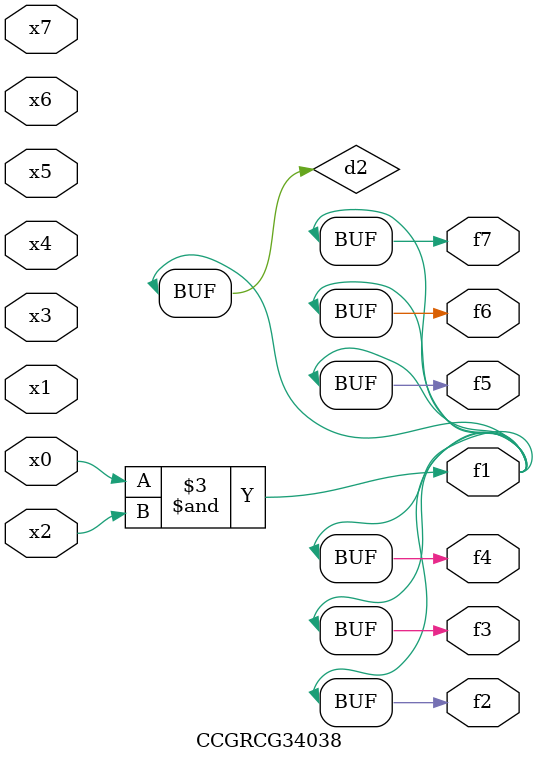
<source format=v>
module CCGRCG34038(
	input x0, x1, x2, x3, x4, x5, x6, x7,
	output f1, f2, f3, f4, f5, f6, f7
);

	wire d1, d2;

	nor (d1, x3, x6);
	and (d2, x0, x2);
	assign f1 = d2;
	assign f2 = d2;
	assign f3 = d2;
	assign f4 = d2;
	assign f5 = d2;
	assign f6 = d2;
	assign f7 = d2;
endmodule

</source>
